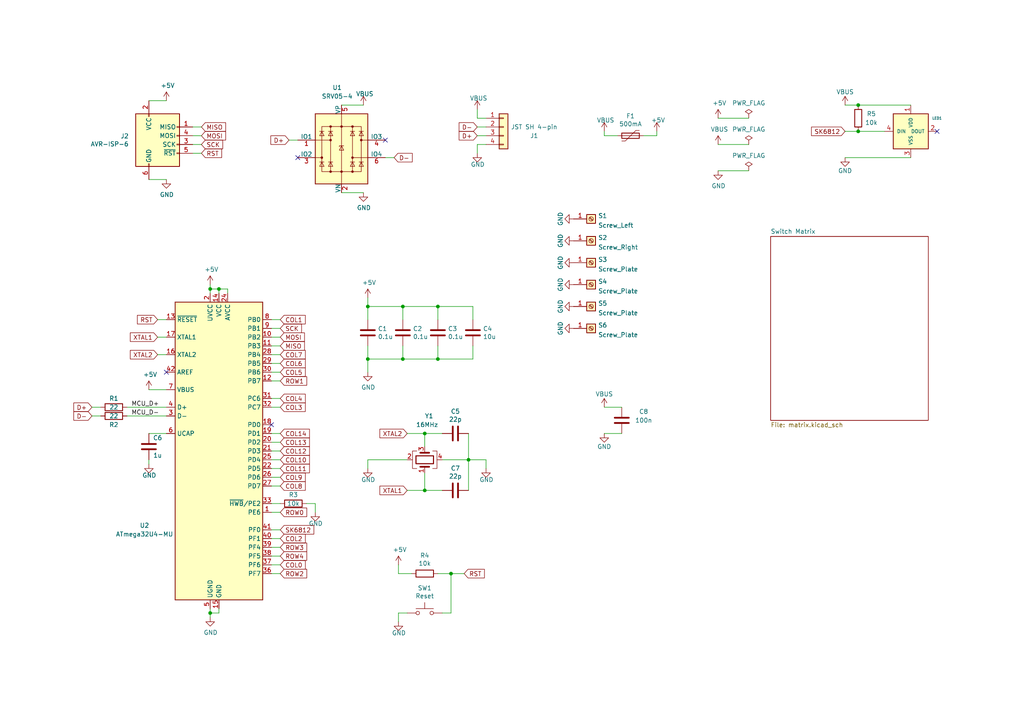
<source format=kicad_sch>
(kicad_sch (version 20210621) (generator eeschema)
  (paper "A4")
  (title_block (title "Bakeneko 60 V3") (date "2020-08-01") (rev "1") (comment 1 "Copyright © 2020 kkatano") (comment 2 "MIT License"))
  (lib_symbols
    (symbol "Connector:AVR-ISP-6" (pin_names (offset 1.016))
      (property "Reference" "J" (at 0 10.16 0))
      (property "Value" "Connector_AVR-ISP-6" (at 0 -7.62 0))
      (symbol "AVR-ISP-6_0_1"
        (rectangle (start -2.667 -5.588) (end -2.413 -6.35))
        (rectangle (start -2.667 8.89) (end -2.413 8.128))
        (rectangle (start 6.35 -2.413) (end 5.588 -2.667))
        (rectangle (start 6.35 0.127) (end 5.588 -0.127))
        (rectangle (start 6.35 2.667) (end 5.588 2.413))
        (rectangle (start 6.35 5.207) (end 5.588 4.953))
        (rectangle (start 6.35 8.89) (end -6.35 -6.35) (stroke (width 0.254)) (fill (type background)))
      )
      (symbol "AVR-ISP-6_1_1"
        (pin passive line (at 10.16 5.08 180) (length 3.81) (name "MISO") (number "1"))
        (pin power_in line (at -2.54 12.7 270) (length 3.81) (name "VCC") (number "2"))
        (pin passive line (at 10.16 0 180) (length 3.81) (name "SCK") (number "3"))
        (pin passive line (at 10.16 2.54 180) (length 3.81) (name "MOSI") (number "4"))
        (pin passive line (at 10.16 -2.54 180) (length 3.81) (name "~{RST}") (number "5"))
        (pin power_in line (at -2.54 -10.16 90) (length 3.81) (name "GND") (number "6"))
      )
    )
    (symbol "Connector:Screw_Terminal_01x01" (pin_names (offset 1.016) hide)
      (property "Reference" "J" (at 0 2.54 0))
      (property "Value" "Screw_Terminal_01x01" (at 0 -2.54 0))
      (symbol "Screw_Terminal_01x01_1_1"
        (rectangle (start -1.27 1.27) (end 1.27 -1.27) (stroke (width 0.254)) (fill (type background)))
        (polyline (pts (xy -0.5334 0.3302) (xy 0.3302 -0.508)) (stroke (width 0.1524)))
        (polyline (pts (xy -0.3556 0.508) (xy 0.508 -0.3302)) (stroke (width 0.1524)))
        (circle (center 0 0) (radius 0.635) (stroke (width 0.1524)))
        (pin passive line (at -5.08 0 0) (length 3.81) (name "Pin_1") (number "1"))
      )
    )
    (symbol "Connector_Generic:Conn_01x04" (pin_names (offset 1.016) hide)
      (property "Reference" "J" (at 0 5.08 0))
      (property "Value" "Connector_Generic_Conn_01x04" (at 0 -7.62 0))
      (symbol "Conn_01x04_1_1"
        (rectangle (start -1.27 -4.953) (end 0 -5.207) (stroke (width 0.1524)))
        (rectangle (start -1.27 -2.413) (end 0 -2.667) (stroke (width 0.1524)))
        (rectangle (start -1.27 0.127) (end 0 -0.127) (stroke (width 0.1524)))
        (rectangle (start -1.27 2.667) (end 0 2.413) (stroke (width 0.1524)))
        (rectangle (start -1.27 3.81) (end 1.27 -6.35) (stroke (width 0.254)) (fill (type background)))
        (pin passive line (at -5.08 2.54 0) (length 3.81) (name "Pin_1") (number "1"))
        (pin passive line (at -5.08 0 0) (length 3.81) (name "Pin_2") (number "2"))
        (pin passive line (at -5.08 -2.54 0) (length 3.81) (name "Pin_3") (number "3"))
        (pin passive line (at -5.08 -5.08 0) (length 3.81) (name "Pin_4") (number "4"))
      )
    )
    (symbol "Device:C" (pin_numbers hide) (pin_names (offset 0.254))
      (property "Reference" "C" (at 0.635 2.54 0))
      (property "Value" "Device_C" (at 0.635 -2.54 0))
      (symbol "C_0_1"
        (polyline (pts (xy -2.032 -0.762) (xy 2.032 -0.762)) (stroke (width 0.508)))
        (polyline (pts (xy -2.032 0.762) (xy 2.032 0.762)) (stroke (width 0.508)))
      )
      (symbol "C_1_1"
        (pin passive line (at 0 3.81 270) (length 2.794) (name "~") (number "1"))
        (pin passive line (at 0 -3.81 90) (length 2.794) (name "~") (number "2"))
      )
    )
    (symbol "Device:Crystal_GND24" (pin_names (offset 1.016) hide)
      (property "Reference" "Y" (at 3.175 5.08 0))
      (property "Value" "Device_Crystal_GND24" (at 3.175 3.175 0))
      (symbol "Crystal_GND24_0_1"
        (rectangle (start -1.143 2.54) (end 1.143 -2.54) (stroke (width 0.3048)))
        (polyline (pts (xy -2.54 0) (xy -2.032 0)))
        (polyline (pts (xy -2.032 -1.27) (xy -2.032 1.27)) (stroke (width 0.508)))
        (polyline (pts (xy 0 -3.81) (xy 0 -3.556)))
        (polyline (pts (xy 0 3.556) (xy 0 3.81)))
        (polyline (pts (xy 2.032 -1.27) (xy 2.032 1.27)) (stroke (width 0.508)))
        (polyline (pts (xy 2.032 0) (xy 2.54 0)))
        (polyline (pts (xy -2.54 -2.286) (xy -2.54 -3.556) (xy 2.54 -3.556) (xy 2.54 -2.286)))
        (polyline (pts (xy -2.54 2.286) (xy -2.54 3.556) (xy 2.54 3.556) (xy 2.54 2.286)))
      )
      (symbol "Crystal_GND24_1_1"
        (pin passive line (at -3.81 0 0) (length 1.27) (name "1") (number "1"))
        (pin passive line (at 0 5.08 270) (length 1.27) (name "2") (number "2"))
        (pin passive line (at 3.81 0 180) (length 1.27) (name "3") (number "3"))
        (pin passive line (at 0 -5.08 90) (length 1.27) (name "4") (number "4"))
      )
    )
    (symbol "Device:Polyfuse" (pin_numbers hide) (pin_names (offset 0))
      (property "Reference" "F" (at -2.54 0 90))
      (property "Value" "Device_Polyfuse" (at 2.54 0 90))
      (symbol "Polyfuse_0_1"
        (rectangle (start -0.762 2.54) (end 0.762 -2.54) (stroke (width 0.254)))
        (polyline (pts (xy 0 2.54) (xy 0 -2.54)))
        (polyline (pts (xy -1.524 2.54) (xy -1.524 1.524) (xy 1.524 -1.524) (xy 1.524 -2.54)))
      )
      (symbol "Polyfuse_1_1"
        (pin passive line (at 0 3.81 270) (length 1.27) (name "~") (number "1"))
        (pin passive line (at 0 -3.81 90) (length 1.27) (name "~") (number "2"))
      )
    )
    (symbol "Device:R" (pin_numbers hide) (pin_names (offset 0))
      (property "Reference" "R" (at 2.032 0 90))
      (property "Value" "Device_R" (at 0 0 90))
      (symbol "R_0_1"
        (rectangle (start -1.016 -2.54) (end 1.016 2.54) (stroke (width 0.254)))
      )
      (symbol "R_1_1"
        (pin passive line (at 0 3.81 270) (length 1.27) (name "~") (number "1"))
        (pin passive line (at 0 -3.81 90) (length 1.27) (name "~") (number "2"))
      )
    )
    (symbol "MCU_Microchip_ATmega:ATmega32U4-M"
      (property "Reference" "U" (at -12.7 44.45 0))
      (property "Value" "ATmega32U4-M" (at 2.54 -44.45 0))
      (symbol "ATmega32U4-M_0_1"
        (rectangle (start -12.7 -43.18) (end 12.7 43.18) (stroke (width 0.254)) (fill (type background)))
      )
      (symbol "ATmega32U4-M_1_1"
        (pin bidirectional line (at 15.24 -17.78 180) (length 2.54) (name "PE6") (number "1"))
        (pin bidirectional line (at 15.24 33.02 180) (length 2.54) (name "PB2") (number "10"))
        (pin bidirectional line (at 15.24 30.48 180) (length 2.54) (name "PB3") (number "11"))
        (pin bidirectional line (at 15.24 20.32 180) (length 2.54) (name "PB7") (number "12"))
        (pin input line (at -15.24 38.1 0) (length 2.54) (name "~{RESET}") (number "13"))
        (pin power_in line (at 0 45.72 270) (length 2.54) (name "VCC") (number "14"))
        (pin power_in line (at 0 -45.72 90) (length 2.54) (name "GND") (number "15"))
        (pin output line (at -15.24 27.94 0) (length 2.54) (name "XTAL2") (number "16"))
        (pin input line (at -15.24 33.02 0) (length 2.54) (name "XTAL1") (number "17"))
        (pin bidirectional line (at 15.24 7.62 180) (length 2.54) (name "PD0") (number "18"))
        (pin bidirectional line (at 15.24 5.08 180) (length 2.54) (name "PD1") (number "19"))
        (pin power_in line (at -2.54 45.72 270) (length 2.54) (name "UVCC") (number "2"))
        (pin bidirectional line (at 15.24 2.54 180) (length 2.54) (name "PD2") (number "20"))
        (pin bidirectional line (at 15.24 0 180) (length 2.54) (name "PD3") (number "21"))
        (pin bidirectional line (at 15.24 -5.08 180) (length 2.54) (name "PD5") (number "22"))
        (pin passive line (at 0 -45.72 90) (length 2.54) hide (name "GND") (number "23"))
        (pin power_in line (at 2.54 45.72 270) (length 2.54) (name "AVCC") (number "24"))
        (pin bidirectional line (at 15.24 -2.54 180) (length 2.54) (name "PD4") (number "25"))
        (pin bidirectional line (at 15.24 -7.62 180) (length 2.54) (name "PD6") (number "26"))
        (pin bidirectional line (at 15.24 -10.16 180) (length 2.54) (name "PD7") (number "27"))
        (pin bidirectional line (at 15.24 27.94 180) (length 2.54) (name "PB4") (number "28"))
        (pin bidirectional line (at 15.24 25.4 180) (length 2.54) (name "PB5") (number "29"))
        (pin bidirectional line (at -15.24 10.16 0) (length 2.54) (name "D-") (number "3"))
        (pin bidirectional line (at 15.24 22.86 180) (length 2.54) (name "PB6") (number "30"))
        (pin bidirectional line (at 15.24 15.24 180) (length 2.54) (name "PC6") (number "31"))
        (pin bidirectional line (at 15.24 12.7 180) (length 2.54) (name "PC7") (number "32"))
        (pin bidirectional line (at 15.24 -15.24 180) (length 2.54) (name "~{HWB}/PE2") (number "33"))
        (pin passive line (at 0 45.72 270) (length 2.54) hide (name "VCC") (number "34"))
        (pin passive line (at 0 -45.72 90) (length 2.54) hide (name "GND") (number "35"))
        (pin bidirectional line (at 15.24 -35.56 180) (length 2.54) (name "PF7") (number "36"))
        (pin bidirectional line (at 15.24 -33.02 180) (length 2.54) (name "PF6") (number "37"))
        (pin bidirectional line (at 15.24 -30.48 180) (length 2.54) (name "PF5") (number "38"))
        (pin bidirectional line (at 15.24 -27.94 180) (length 2.54) (name "PF4") (number "39"))
        (pin bidirectional line (at -15.24 12.7 0) (length 2.54) (name "D+") (number "4"))
        (pin bidirectional line (at 15.24 -25.4 180) (length 2.54) (name "PF1") (number "40"))
        (pin bidirectional line (at 15.24 -22.86 180) (length 2.54) (name "PF0") (number "41"))
        (pin passive line (at -15.24 22.86 0) (length 2.54) (name "AREF") (number "42"))
        (pin passive line (at 0 -45.72 90) (length 2.54) hide (name "GND") (number "43"))
        (pin passive line (at 2.54 45.72 270) (length 2.54) hide (name "AVCC") (number "44"))
        (pin passive line (at 0 -45.72 90) (length 2.54) hide (name "GND") (number "45"))
        (pin passive line (at -2.54 -45.72 90) (length 2.54) (name "UGND") (number "5"))
        (pin passive line (at -15.24 5.08 0) (length 2.54) (name "UCAP") (number "6"))
        (pin input line (at -15.24 17.78 0) (length 2.54) (name "VBUS") (number "7"))
        (pin bidirectional line (at 15.24 38.1 180) (length 2.54) (name "PB0") (number "8"))
        (pin bidirectional line (at 15.24 35.56 180) (length 2.54) (name "PB1") (number "9"))
      )
    )
    (symbol "Power_Protection:SRV05-4" (pin_names (offset 0))
      (property "Reference" "U" (at -5.08 11.43 0))
      (property "Value" "Power_Protection_SRV05-4" (at 2.54 11.43 0))
      (symbol "SRV05-4_0_0"
        (rectangle (start -5.715 6.477) (end 5.715 -6.604))
        (polyline (pts (xy -3.175 -6.604) (xy -3.175 6.477)))
        (polyline (pts (xy 3.175 6.477) (xy 3.175 -6.604)))
      )
      (symbol "SRV05-4_0_1"
        (rectangle (start -7.62 10.16) (end 7.62 -10.16) (stroke (width 0.254)) (fill (type background)))
        (circle (center -5.715 -2.54) (radius 0.2794) (fill (type outline)))
        (circle (center -3.175 -6.604) (radius 0.2794) (fill (type outline)))
        (circle (center -3.175 2.54) (radius 0.2794) (fill (type outline)))
        (circle (center -3.175 6.477) (radius 0.2794) (fill (type outline)))
        (circle (center 0 -6.604) (radius 0.2794) (fill (type outline)))
        (polyline (pts (xy -7.747 2.54) (xy -3.175 2.54)))
        (polyline (pts (xy -7.62 -2.54) (xy -5.715 -2.54)))
        (polyline (pts (xy -5.08 -3.81) (xy -6.35 -3.81)))
        (polyline (pts (xy -5.08 5.08) (xy -6.35 5.08)))
        (polyline (pts (xy -2.54 -3.81) (xy -3.81 -3.81)))
        (polyline (pts (xy -2.54 5.08) (xy -3.81 5.08)))
        (polyline (pts (xy 0 10.16) (xy 0 -10.16)))
        (polyline (pts (xy 3.81 -3.81) (xy 2.54 -3.81)))
        (polyline (pts (xy 3.81 5.08) (xy 2.54 5.08)))
        (polyline (pts (xy 6.35 -3.81) (xy 5.08 -3.81)))
        (polyline (pts (xy 6.35 5.08) (xy 5.08 5.08)))
        (polyline (pts (xy 7.62 -2.54) (xy 3.175 -2.54)))
        (polyline (pts (xy 7.62 2.54) (xy 5.715 2.54)))
        (polyline (pts (xy 0.635 0.889) (xy -0.635 0.889) (xy -0.635 0.635)))
        (polyline (pts (xy -5.08 -5.08) (xy -6.35 -5.08) (xy -5.715 -3.81) (xy -5.08 -5.08)))
        (polyline (pts (xy -5.08 3.81) (xy -6.35 3.81) (xy -5.715 5.08) (xy -5.08 3.81)))
        (polyline (pts (xy -2.54 -5.08) (xy -3.81 -5.08) (xy -3.175 -3.81) (xy -2.54 -5.08)))
        (polyline (pts (xy -2.54 3.81) (xy -3.81 3.81) (xy -3.175 5.08) (xy -2.54 3.81)))
        (polyline (pts (xy 0.635 -0.381) (xy -0.635 -0.381) (xy 0 0.889) (xy 0.635 -0.381)))
        (polyline (pts (xy 3.81 -5.08) (xy 2.54 -5.08) (xy 3.175 -3.81) (xy 3.81 -5.08)))
        (polyline (pts (xy 3.81 3.81) (xy 2.54 3.81) (xy 3.175 5.08) (xy 3.81 3.81)))
        (polyline (pts (xy 6.35 -5.08) (xy 5.08 -5.08) (xy 5.715 -3.81) (xy 6.35 -5.08)))
        (polyline (pts (xy 6.35 3.81) (xy 5.08 3.81) (xy 5.715 5.08) (xy 6.35 3.81)))
        (circle (center 0 6.477) (radius 0.2794) (fill (type outline)))
        (circle (center 3.175 -6.604) (radius 0.2794) (fill (type outline)))
        (circle (center 3.175 -2.54) (radius 0.2794) (fill (type outline)))
        (circle (center 3.175 6.477) (radius 0.2794) (fill (type outline)))
        (circle (center 5.715 2.54) (radius 0.2794) (fill (type outline)))
      )
      (symbol "SRV05-4_1_1"
        (pin passive line (at -12.7 2.54 0) (length 5.08) (name "IO1") (number "1"))
        (pin passive line (at 0 -12.7 90) (length 2.54) (name "VN") (number "2"))
        (pin passive line (at -12.7 -2.54 0) (length 5.08) (name "IO2") (number "3"))
        (pin passive line (at 12.7 2.54 180) (length 5.08) (name "IO3") (number "4"))
        (pin passive line (at 0 12.7 270) (length 2.54) (name "VP") (number "5"))
        (pin passive line (at 12.7 -2.54 180) (length 5.08) (name "IO4") (number "6"))
      )
    )
    (symbol "Switch:SW_Push" (pin_numbers hide) (pin_names (offset 1.016) hide)
      (property "Reference" "SW" (at 1.27 2.54 0))
      (property "Value" "Switch_SW_Push" (at 0 -1.524 0))
      (symbol "SW_Push_0_1"
        (circle (center -2.032 0) (radius 0.508))
        (polyline (pts (xy 0 1.27) (xy 0 3.048)))
        (polyline (pts (xy 2.54 1.27) (xy -2.54 1.27)))
        (circle (center 2.032 0) (radius 0.508))
        (pin passive line (at -5.08 0 0) (length 2.54) (name "1") (number "1"))
        (pin passive line (at 5.08 0 180) (length 2.54) (name "2") (number "2"))
      )
    )
    (symbol "kbd:YS-SK6812MINI-E" (pin_names (offset 1.016))
      (property "Reference" "LED" (at 2.54 -7.62 0))
      (property "Value" "YS-SK6812MINI-E" (at 6.35 -6.35 0))
      (symbol "YS-SK6812MINI-E_0_1"
        (rectangle (start -5.08 5.08) (end 5.08 -5.08) (stroke (width 0.254)) (fill (type background)))
      )
      (symbol "YS-SK6812MINI-E_1_1"
        (pin power_in line (at 0 7.62 270) (length 2.54) (name "VDD") (number "1"))
        (pin output line (at 7.62 0 180) (length 2.54) (name "DOUT") (number "2"))
        (pin power_in line (at 0 -7.62 90) (length 2.54) (name "VSS") (number "3"))
        (pin input line (at -7.62 0 0) (length 2.54) (name "DIN") (number "4"))
      )
    )
    (symbol "power:+5V" (power) (pin_names (offset 0))
      (property "Value" "power_+5V" (at 0 3.556 0))
      (symbol "+5V_0_1"
        (polyline (pts (xy -0.762 1.27) (xy 0 2.54)))
        (polyline (pts (xy 0 0) (xy 0 2.54)))
        (polyline (pts (xy 0 2.54) (xy 0.762 1.27)))
      )
      (symbol "+5V_1_1"
        (pin power_in line (at 0 0 90) (length 0) hide (name "+5V") (number "1"))
      )
    )
    (symbol "power:GND" (power) (pin_names (offset 0))
      (property "Value" "power_GND" (at 0 -3.81 0))
      (symbol "GND_0_1"
        (polyline (pts (xy 0 0) (xy 0 -1.27) (xy 1.27 -1.27) (xy 0 -2.54) (xy -1.27 -1.27) (xy 0 -1.27)))
      )
      (symbol "GND_1_1"
        (pin power_in line (at 0 0 270) (length 0) hide (name "GND") (number "1"))
      )
    )
    (symbol "power:PWR_FLAG" (power) (pin_numbers hide) (pin_names (offset 0) hide)
      (property "Value" "power_PWR_FLAG" (at 0 3.81 0))
      (symbol "PWR_FLAG_0_0"
        (pin power_out line (at 0 0 90) (length 0) (name "pwr") (number "1"))
      )
      (symbol "PWR_FLAG_0_1"
        (polyline (pts (xy 0 0) (xy 0 1.27) (xy -1.016 1.905) (xy 0 2.54) (xy 1.016 1.905) (xy 0 1.27)))
      )
    )
    (symbol "power:VBUS" (power) (pin_names (offset 0))
      (property "Value" "power_VBUS" (at 0 3.81 0))
      (symbol "VBUS_0_1"
        (polyline (pts (xy -0.762 1.27) (xy 0 2.54)))
        (polyline (pts (xy 0 0) (xy 0 2.54)))
        (polyline (pts (xy 0 2.54) (xy 0.762 1.27)))
      )
      (symbol "VBUS_1_1"
        (pin power_in line (at 0 0 90) (length 0) hide (name "VBUS") (number "1"))
      )
    )
  )
  (junction (at 106.68 88.9))
  (junction (at 106.68 104.14))
  (junction (at 63.5 83.82))
  (junction (at 116.84 104.14))
  (junction (at 135.89 133.35))
  (junction (at 123.19 125.73))
  (junction (at 130.81 166.37))
  (junction (at 127 88.9))
  (junction (at 127 104.14))
  (junction (at 123.19 142.24))
  (junction (at 116.84 88.9))
  (junction (at 60.96 83.82))
  (junction (at 60.96 177.8))
  (junction (at 248.92 38.1))
  (junction (at 248.92 30.48))
  (no_connect (at 78.74 123.19))
  (no_connect (at 48.26 107.95))
  (no_connect (at 271.78 38.1))
  (no_connect (at 111.76 40.64))
  (no_connect (at 86.36 45.72))
  (wire (pts (xy 91.44 146.05) (xy 91.44 148.59)))
  (wire (pts (xy 81.28 166.37) (xy 78.74 166.37)))
  (wire (pts (xy 88.9 146.05) (xy 91.44 146.05)))
  (wire (pts (xy 60.96 83.82) (xy 63.5 83.82)))
  (wire (pts (xy 127 100.33) (xy 127 104.14)))
  (wire (pts (xy 78.74 97.79) (xy 81.28 97.79)))
  (wire (pts (xy 115.57 163.83) (xy 115.57 166.37)))
  (wire (pts (xy 60.96 82.55) (xy 60.96 83.82)))
  (wire (pts (xy 115.57 166.37) (xy 119.38 166.37)))
  (wire (pts (xy 217.17 41.91) (xy 208.28 41.91)))
  (wire (pts (xy 78.74 107.95) (xy 81.28 107.95)))
  (wire (pts (xy 45.72 92.71) (xy 48.26 92.71)))
  (wire (pts (xy 123.19 125.73) (xy 128.27 125.73)))
  (wire (pts (xy 118.11 125.73) (xy 123.19 125.73)))
  (wire (pts (xy 106.68 133.35) (xy 118.11 133.35)))
  (wire (pts (xy 130.81 166.37) (xy 134.62 166.37)))
  (wire (pts (xy 116.84 100.33) (xy 116.84 104.14)))
  (wire (pts (xy 43.18 113.03) (xy 48.26 113.03)))
  (wire (pts (xy 60.96 179.07) (xy 60.96 177.8)))
  (wire (pts (xy 81.28 118.11) (xy 78.74 118.11)))
  (wire (pts (xy 190.5 38.1) (xy 190.5 39.37)))
  (wire (pts (xy 175.26 125.73) (xy 180.34 125.73)))
  (wire (pts (xy 175.26 118.11) (xy 180.34 118.11)))
  (wire (pts (xy 116.84 104.14) (xy 127 104.14)))
  (wire (pts (xy 78.74 161.29) (xy 81.28 161.29)))
  (wire (pts (xy 48.26 97.79) (xy 45.72 97.79)))
  (wire (pts (xy 138.43 31.75) (xy 138.43 34.29)))
  (wire (pts (xy 106.68 88.9) (xy 116.84 88.9)))
  (wire (pts (xy 81.28 100.33) (xy 78.74 100.33)))
  (wire (pts (xy 58.42 39.37) (xy 55.88 39.37)))
  (wire (pts (xy 58.42 44.45) (xy 55.88 44.45)))
  (wire (pts (xy 63.5 177.8) (xy 63.5 176.53)))
  (wire (pts (xy 55.88 36.83) (xy 58.42 36.83)))
  (wire (pts (xy 140.97 133.35) (xy 140.97 135.89)))
  (wire (pts (xy 78.74 153.67) (xy 81.28 153.67)))
  (wire (pts (xy 137.16 104.14) (xy 137.16 100.33)))
  (wire (pts (xy 81.28 148.59) (xy 78.74 148.59)))
  (wire (pts (xy 81.28 138.43) (xy 78.74 138.43)))
  (wire (pts (xy 43.18 133.35) (xy 43.18 134.62)))
  (wire (pts (xy 127 166.37) (xy 130.81 166.37)))
  (wire (pts (xy 81.28 163.83) (xy 78.74 163.83)))
  (wire (pts (xy 245.11 45.72) (xy 264.16 45.72)))
  (wire (pts (xy 81.28 110.49) (xy 78.74 110.49)))
  (wire (pts (xy 81.28 105.41) (xy 78.74 105.41)))
  (wire (pts (xy 115.57 180.34) (xy 115.57 177.8)))
  (wire (pts (xy 123.19 137.16) (xy 123.19 142.24)))
  (wire (pts (xy 123.19 142.24) (xy 128.27 142.24)))
  (wire (pts (xy 127 92.71) (xy 127 88.9)))
  (wire (pts (xy 190.5 39.37) (xy 186.69 39.37)))
  (wire (pts (xy 106.68 86.36) (xy 106.68 88.9)))
  (wire (pts (xy 106.68 104.14) (xy 106.68 107.95)))
  (wire (pts (xy 43.18 125.73) (xy 48.26 125.73)))
  (wire (pts (xy 78.74 102.87) (xy 81.28 102.87)))
  (wire (pts (xy 138.43 34.29) (xy 140.97 34.29)))
  (wire (pts (xy 43.18 52.07) (xy 48.26 52.07)))
  (wire (pts (xy 127 104.14) (xy 137.16 104.14)))
  (wire (pts (xy 118.11 142.24) (xy 123.19 142.24)))
  (wire (pts (xy 138.43 36.83) (xy 140.97 36.83)))
  (wire (pts (xy 208.28 49.53) (xy 217.17 49.53)))
  (wire (pts (xy 115.57 177.8) (xy 118.11 177.8)))
  (wire (pts (xy 123.19 129.54) (xy 123.19 125.73)))
  (wire (pts (xy 78.74 125.73) (xy 81.28 125.73)))
  (wire (pts (xy 245.11 30.48) (xy 248.92 30.48)))
  (wire (pts (xy 106.68 100.33) (xy 106.68 104.14)))
  (wire (pts (xy 140.97 39.37) (xy 138.43 39.37)))
  (wire (pts (xy 116.84 92.71) (xy 116.84 88.9)))
  (wire (pts (xy 137.16 92.71) (xy 137.16 88.9)))
  (wire (pts (xy 135.89 133.35) (xy 135.89 142.24)))
  (wire (pts (xy 128.27 133.35) (xy 135.89 133.35)))
  (wire (pts (xy 48.26 29.21) (xy 43.18 29.21)))
  (wire (pts (xy 66.04 83.82) (xy 66.04 85.09)))
  (wire (pts (xy 135.89 133.35) (xy 140.97 133.35)))
  (wire (pts (xy 78.74 130.81) (xy 81.28 130.81)))
  (wire (pts (xy 83.82 40.64) (xy 86.36 40.64)))
  (wire (pts (xy 55.88 41.91) (xy 58.42 41.91)))
  (wire (pts (xy 60.96 177.8) (xy 63.5 177.8)))
  (wire (pts (xy 81.28 133.35) (xy 78.74 133.35)))
  (wire (pts (xy 78.74 92.71) (xy 81.28 92.71)))
  (wire (pts (xy 81.28 158.75) (xy 78.74 158.75)))
  (wire (pts (xy 248.92 38.1) (xy 256.54 38.1)))
  (wire (pts (xy 106.68 133.35) (xy 106.68 135.89)))
  (wire (pts (xy 60.96 83.82) (xy 60.96 85.09)))
  (wire (pts (xy 245.11 38.1) (xy 248.92 38.1)))
  (wire (pts (xy 63.5 83.82) (xy 66.04 83.82)))
  (wire (pts (xy 81.28 95.25) (xy 78.74 95.25)))
  (wire (pts (xy 106.68 88.9) (xy 106.68 92.71)))
  (wire (pts (xy 114.3 45.72) (xy 111.76 45.72)))
  (wire (pts (xy 217.17 34.29) (xy 208.28 34.29)))
  (wire (pts (xy 105.41 30.48) (xy 99.06 30.48)))
  (wire (pts (xy 106.68 104.14) (xy 116.84 104.14)))
  (wire (pts (xy 130.81 177.8) (xy 128.27 177.8)))
  (wire (pts (xy 78.74 135.89) (xy 81.28 135.89)))
  (wire (pts (xy 63.5 83.82) (xy 63.5 85.09)))
  (wire (pts (xy 135.89 125.73) (xy 135.89 133.35)))
  (wire (pts (xy 175.26 39.37) (xy 179.07 39.37)))
  (wire (pts (xy 137.16 88.9) (xy 127 88.9)))
  (wire (pts (xy 130.81 166.37) (xy 130.81 177.8)))
  (wire (pts (xy 78.74 140.97) (xy 81.28 140.97)))
  (wire (pts (xy 60.96 177.8) (xy 60.96 176.53)))
  (wire (pts (xy 81.28 128.27) (xy 78.74 128.27)))
  (wire (pts (xy 26.67 120.65) (xy 29.21 120.65)))
  (wire (pts (xy 36.83 118.11) (xy 48.26 118.11)))
  (wire (pts (xy 138.43 44.45) (xy 138.43 41.91)))
  (wire (pts (xy 26.67 118.11) (xy 29.21 118.11)))
  (wire (pts (xy 36.83 120.65) (xy 48.26 120.65)))
  (wire (pts (xy 81.28 146.05) (xy 78.74 146.05)))
  (wire (pts (xy 248.92 30.48) (xy 264.16 30.48)))
  (wire (pts (xy 175.26 38.1) (xy 175.26 39.37)))
  (wire (pts (xy 78.74 156.21) (xy 81.28 156.21)))
  (wire (pts (xy 45.72 102.87) (xy 48.26 102.87)))
  (wire (pts (xy 78.74 115.57) (xy 81.28 115.57)))
  (wire (pts (xy 138.43 41.91) (xy 140.97 41.91)))
  (wire (pts (xy 99.06 55.88) (xy 105.41 55.88)))
  (wire (pts (xy 116.84 88.9) (xy 127 88.9)))
  (label "MCU_D+" (at 38.1 118.11 0))
  (label "MCU_D-" (at 38.1 120.65 0))
  (global_label "COL10" (shape input) (at 81.28 133.35 0) (property "Intersheet References" "${INTERSHEET_REFS}" (effects hide)))
  (global_label "COL11" (shape input) (at 81.28 135.89 0) (property "Intersheet References" "${INTERSHEET_REFS}" (effects hide)))
  (global_label "D-" (shape input) (at 138.43 36.83 180) (property "Intersheet References" "${INTERSHEET_REFS}" (effects hide)))
  (global_label "ROW4" (shape input) (at 81.28 161.29 0) (property "Intersheet References" "${INTERSHEET_REFS}" (effects hide)))
  (global_label "ROW0" (shape input) (at 81.28 148.59 0) (property "Intersheet References" "${INTERSHEET_REFS}" (effects hide)))
  (global_label "RST" (shape input) (at 45.72 92.71 180) (property "Intersheet References" "${INTERSHEET_REFS}" (effects hide)))
  (global_label "COL4" (shape input) (at 81.28 115.57 0) (property "Intersheet References" "${INTERSHEET_REFS}" (effects hide)))
  (global_label "ROW1" (shape input) (at 81.28 110.49 0) (property "Intersheet References" "${INTERSHEET_REFS}" (effects hide)))
  (global_label "RST" (shape input) (at 58.42 44.45 0) (property "Intersheet References" "${INTERSHEET_REFS}" (effects hide)))
  (global_label "COL13" (shape input) (at 81.28 128.27 0) (property "Intersheet References" "${INTERSHEET_REFS}" (effects hide)))
  (global_label "COL14" (shape input) (at 81.28 125.73 0) (property "Intersheet References" "${INTERSHEET_REFS}" (effects hide)))
  (global_label "MOSI" (shape input) (at 58.42 39.37 0) (property "Intersheet References" "${INTERSHEET_REFS}" (effects hide)))
  (global_label "COL12" (shape input) (at 81.28 130.81 0) (property "Intersheet References" "${INTERSHEET_REFS}" (effects hide)))
  (global_label "COL2" (shape input) (at 81.28 156.21 0) (property "Intersheet References" "${INTERSHEET_REFS}" (effects hide)))
  (global_label "D+" (shape input) (at 138.43 39.37 180) (property "Intersheet References" "${INTERSHEET_REFS}" (effects hide)))
  (global_label "COL9" (shape input) (at 81.28 138.43 0) (property "Intersheet References" "${INTERSHEET_REFS}" (effects hide)))
  (global_label "ROW2" (shape input) (at 81.28 166.37 0) (property "Intersheet References" "${INTERSHEET_REFS}" (effects hide)))
  (global_label "MISO" (shape input) (at 58.42 36.83 0) (property "Intersheet References" "${INTERSHEET_REFS}" (effects hide)))
  (global_label "COL6" (shape input) (at 81.28 105.41 0) (property "Intersheet References" "${INTERSHEET_REFS}" (effects hide)))
  (global_label "COL1" (shape input) (at 81.28 92.71 0) (property "Intersheet References" "${INTERSHEET_REFS}" (effects hide)))
  (global_label "COL3" (shape input) (at 81.28 118.11 0) (property "Intersheet References" "${INTERSHEET_REFS}" (effects hide)))
  (global_label "COL5" (shape input) (at 81.28 107.95 0) (property "Intersheet References" "${INTERSHEET_REFS}" (effects hide)))
  (global_label "XTAL2" (shape input) (at 45.72 102.87 180) (property "Intersheet References" "${INTERSHEET_REFS}" (effects hide)))
  (global_label "RST" (shape input) (at 134.62 166.37 0) (property "Intersheet References" "${INTERSHEET_REFS}" (effects hide)))
  (global_label "SK6812" (shape input) (at 245.11 38.1 180) (property "Intersheet References" "${INTERSHEET_REFS}" (effects hide)))
  (global_label "XTAL1" (shape input) (at 45.72 97.79 180) (property "Intersheet References" "${INTERSHEET_REFS}" (effects hide)))
  (global_label "D+" (shape input) (at 83.82 40.64 180) (property "Intersheet References" "${INTERSHEET_REFS}" (effects hide)))
  (global_label "COL8" (shape input) (at 81.28 140.97 0) (property "Intersheet References" "${INTERSHEET_REFS}" (effects hide)))
  (global_label "SCK" (shape input) (at 58.42 41.91 0) (property "Intersheet References" "${INTERSHEET_REFS}" (effects hide)))
  (global_label "ROW3" (shape input) (at 81.28 158.75 0) (property "Intersheet References" "${INTERSHEET_REFS}" (effects hide)))
  (global_label "SK6812" (shape input) (at 81.28 153.67 0) (property "Intersheet References" "${INTERSHEET_REFS}" (effects hide)))
  (global_label "D-" (shape input) (at 26.67 120.65 180) (property "Intersheet References" "${INTERSHEET_REFS}" (effects hide)))
  (global_label "MOSI" (shape input) (at 81.28 97.79 0) (property "Intersheet References" "${INTERSHEET_REFS}" (effects hide)))
  (global_label "COL0" (shape input) (at 81.28 163.83 0) (property "Intersheet References" "${INTERSHEET_REFS}" (effects hide)))
  (global_label "COL7" (shape input) (at 81.28 102.87 0) (property "Intersheet References" "${INTERSHEET_REFS}" (effects hide)))
  (global_label "SCK" (shape input) (at 81.28 95.25 0) (property "Intersheet References" "${INTERSHEET_REFS}" (effects hide)))
  (global_label "D-" (shape input) (at 114.3 45.72 0) (property "Intersheet References" "${INTERSHEET_REFS}" (effects hide)))
  (global_label "XTAL1" (shape input) (at 118.11 142.24 180) (property "Intersheet References" "${INTERSHEET_REFS}" (effects hide)))
  (global_label "MISO" (shape input) (at 81.28 100.33 0) (property "Intersheet References" "${INTERSHEET_REFS}" (effects hide)))
  (global_label "XTAL2" (shape input) (at 118.11 125.73 180) (property "Intersheet References" "${INTERSHEET_REFS}" (effects hide)))
  (global_label "D+" (shape input) (at 26.67 118.11 180) (property "Intersheet References" "${INTERSHEET_REFS}" (effects hide)))
  (symbol (lib_id "power:PWR_FLAG") (at 217.17 34.29 0) (unit 1)
    (property "Reference" "#FLG01" (effects hide))
    (property "Value" "PWR_FLAG" (at 217.17 29.8958 0))
  )
  (symbol (lib_id "power:PWR_FLAG") (at 217.17 41.91 0) (unit 1)
    (property "Reference" "#FLG02" (effects hide))
    (property "Value" "PWR_FLAG" (at 217.17 37.5158 0))
  )
  (symbol (lib_id "power:PWR_FLAG") (at 217.17 49.53 0) (unit 1)
    (property "Reference" "#FLG03" (effects hide))
    (property "Value" "PWR_FLAG" (at 217.17 45.1358 0))
  )
  (symbol (lib_id "power:GND") (at 208.28 49.53 0) (unit 1)
    (property "Reference" "#PWR06" (effects hide))
    (property "Value" "GND" (at 208.407 53.9242 0))
  )
  (symbol (lib_id "power:GND") (at 106.68 107.95 0) (unit 1)
    (property "Reference" "#PWR014" (effects hide))
    (property "Value" "GND" (at 106.807 112.3442 0))
  )
  (symbol (lib_id "Device:C") (at 106.68 96.52 0) (unit 1)
    (property "Reference" "C1" (at 109.601 95.3516 0) (effects (justify left)))
    (property "Value" "0.1u" (at 109.601 97.663 0) (effects (justify left)))
    (property "Footprint" "Capacitor_SMD:C_0805_2012Metric" (effects hide))
    (property "LCSC Part #" "C49678" (effects hide))
  )
  (symbol (lib_id "Device:C") (at 116.84 96.52 0) (unit 1)
    (property "Reference" "C2" (at 119.761 95.3516 0) (effects (justify left)))
    (property "Value" "0.1u" (at 119.761 97.663 0) (effects (justify left)))
    (property "Footprint" "Capacitor_SMD:C_0805_2012Metric" (effects hide))
    (property "LCSC Part #" "C49678" (effects hide))
  )
  (symbol (lib_id "Device:C") (at 127 96.52 0) (unit 1)
    (property "Reference" "C3" (at 129.921 95.3516 0) (effects (justify left)))
    (property "Value" "0.1u" (at 129.921 97.663 0) (effects (justify left)))
    (property "Footprint" "Capacitor_SMD:C_0805_2012Metric" (effects hide))
    (property "LCSC Part #" "C49678" (effects hide))
  )
  (symbol (lib_id "Device:C") (at 137.16 96.52 0) (unit 1)
    (property "Reference" "C4" (at 140.081 95.3516 0) (effects (justify left)))
    (property "Value" "10u" (at 140.081 97.663 0) (effects (justify left)))
    (property "Footprint" "Capacitor_SMD:C_0805_2012Metric" (effects hide))
    (property "LCSC Part #" "C15850" (effects hide))
  )
  (symbol (lib_id "Device:Polyfuse") (at 182.88 39.37 270) (unit 1)
    (property "Reference" "F1" (at 182.88 33.655 90))
    (property "Value" "500mA" (at 182.88 35.9664 90))
    (property "Footprint" "Fuse:Fuse_1206_3216Metric" (effects hide))
    (property "LCSC Part #" "C70076" (effects hide))
  )
  (symbol (lib_id "Connector_Generic:Conn_01x04") (at 146.05 36.83 0) (unit 1)
    (property "Reference" "J1" (at 154.94 39.37 0))
    (property "Value" "JST SH 4-pin" (at 154.94 36.83 0))
    (property "Footprint" "Connector_JST:JST_SH_SM04B-SRSS-TB_1x04-1MP_P1.00mm_Horizontal" (effects hide))
    (property "LCSC Part #" "C160404" (effects hide))
  )
  (symbol (lib_id "power:GND") (at 138.43 44.45 0) (unit 1)
    (property "Reference" "#PWR07" (effects hide))
    (property "Value" "GND" (at 138.557 47.7012 0))
  )
  (symbol (lib_id "Device:R") (at 33.02 118.11 270) (unit 1)
    (property "Reference" "R1" (at 33.02 115.57 90))
    (property "Value" "22" (at 33.02 118.11 90))
    (property "Footprint" "Resistor_SMD:R_0805_2012Metric" (effects hide))
    (property "LCSC Part #" "C17561" (effects hide))
  )
  (symbol (lib_id "Device:R") (at 33.02 120.65 270) (unit 1)
    (property "Reference" "R2" (at 33.02 123.19 90))
    (property "Value" "22" (at 33.02 120.65 90))
    (property "Footprint" "Resistor_SMD:R_0805_2012Metric" (effects hide))
    (property "LCSC Part #" "C17561" (effects hide))
  )
  (symbol (lib_id "MCU_Microchip_ATmega:ATmega32U4-M") (at 63.5 130.81 0) (unit 1)
    (property "Reference" "U2" (at 41.91 152.4 0))
    (property "Value" "ATmega32U4-MU" (at 41.91 154.94 0))
    (property "Footprint" "Package_DFN_QFN:QFN-44-1EP_7x7mm_P0.5mm_EP5.2x5.2mm" (effects hide))
    (property "Datasheet" "http://ww1.microchip.com/downloads/en/DeviceDoc/Atmel-7766-8-bit-AVR-ATmega16U4-32U4_Datasheet.pdf" (effects hide))
    (property "LCSC Part #" "C44854" (effects hide))
  )
  (symbol (lib_id "power:VBUS") (at 138.43 31.75 0) (unit 1)
    (property "Reference" "#PWR03" (effects hide))
    (property "Value" "VBUS" (at 138.811 28.4988 0))
  )
  (symbol (lib_id "power:VBUS") (at 208.28 41.91 0) (unit 1)
    (property "Reference" "#PWR05" (effects hide))
    (property "Value" "VBUS" (at 208.661 37.5158 0))
  )
  (symbol (lib_id "power:VBUS") (at 175.26 38.1 0) (unit 1)
    (property "Reference" "#PWR010" (effects hide))
    (property "Value" "VBUS" (at 175.641 34.8742 0))
  )
  (symbol (lib_id "Switch:SW_Push") (at 123.19 177.8 0) (unit 1)
    (property "Reference" "SW1" (at 123.19 170.561 0))
    (property "Value" "Reset" (at 123.19 172.8724 0))
    (property "Footprint" "Button_Switch_SMD:SW_SPST_TL3342" (effects hide))
    (property "LCSC Part #" "C318884" (effects hide))
  )
  (symbol (lib_id "power:GND") (at 115.57 180.34 0) (unit 1)
    (property "Reference" "#PWR020" (effects hide))
    (property "Value" "GND" (at 115.697 183.5912 0))
  )
  (symbol (lib_id "Device:R") (at 123.19 166.37 270) (unit 1)
    (property "Reference" "R4" (at 123.19 161.1122 90))
    (property "Value" "10k" (at 123.19 163.4236 90))
    (property "Footprint" "Resistor_SMD:R_0805_2012Metric" (effects hide))
    (property "LCSC Part #" "C17414" (effects hide))
  )
  (symbol (lib_id "Device:C") (at 43.18 129.54 0) (unit 1)
    (property "Reference" "C6" (at 45.72 127 0))
    (property "Value" "1u" (at 45.72 132.08 0))
    (property "Footprint" "Capacitor_SMD:C_0805_2012Metric" (effects hide))
    (property "LCSC Part #" "C28323" (effects hide))
  )
  (symbol (lib_id "power:GND") (at 43.18 134.62 0) (unit 1)
    (property "Reference" "#PWR016" (effects hide))
    (property "Value" "GND" (at 43.307 137.8712 0))
  )
  (symbol (lib_id "power:GND") (at 60.96 179.07 0) (unit 1)
    (property "Reference" "#PWR022" (effects hide))
    (property "Value" "GND" (at 61.087 183.4642 0))
  )
  (symbol (lib_id "Device:R") (at 85.09 146.05 270) (unit 1)
    (property "Reference" "R3" (at 85.09 143.51 90))
    (property "Value" "10k" (at 85.09 146.05 90))
    (property "Footprint" "Resistor_SMD:R_0805_2012Metric" (effects hide))
    (property "LCSC Part #" "C17414" (effects hide))
  )
  (symbol (lib_id "power:GND") (at 91.44 148.59 0) (unit 1)
    (property "Reference" "#PWR019" (effects hide))
    (property "Value" "GND" (at 91.567 151.8412 0))
  )
  (symbol (lib_id "Device:Crystal_GND24") (at 123.19 133.35 90) (unit 1)
    (property "Reference" "Y1" (at 123.19 120.65 90) (effects (justify right)))
    (property "Value" "16MHz" (at 120.65 123.19 90) (effects (justify right)))
    (property "Footprint" "Crystal:Crystal_SMD_3225-4Pin_3.2x2.5mm" (effects hide))
    (property "LCSC Part #" "C13738" (effects hide))
  )
  (symbol (lib_id "power:GND") (at 106.68 135.89 0) (unit 1)
    (property "Reference" "#PWR017" (effects hide))
    (property "Value" "GND" (at 106.807 139.1412 0))
  )
  (symbol (lib_id "power:GND") (at 140.97 135.89 0) (unit 1)
    (property "Reference" "#PWR018" (effects hide))
    (property "Value" "GND" (at 141.097 139.1412 0))
  )
  (symbol (lib_id "Device:C") (at 132.08 125.73 270) (unit 1)
    (property "Reference" "C5" (at 132.08 119.3292 90))
    (property "Value" "22p" (at 132.08 121.6406 90))
    (property "Footprint" "Capacitor_SMD:C_0805_2012Metric" (effects hide))
    (property "LCSC Part #" "C1804" (effects hide))
  )
  (symbol (lib_id "Device:C") (at 132.08 142.24 270) (unit 1)
    (property "Reference" "C7" (at 132.08 135.8392 90))
    (property "Value" "22p" (at 132.08 138.1506 90))
    (property "Footprint" "Capacitor_SMD:C_0805_2012Metric" (effects hide))
    (property "LCSC Part #" "C1804" (effects hide))
  )
  (symbol (lib_id "power:+5V") (at 208.28 34.29 0) (unit 1)
    (property "Reference" "#PWR04" (effects hide))
    (property "Value" "+5V" (at 208.661 29.8958 0))
  )
  (symbol (lib_id "power:+5V") (at 106.68 86.36 0) (unit 1)
    (property "Reference" "#PWR012" (effects hide))
    (property "Value" "+5V" (at 107.061 81.9658 0))
  )
  (symbol (lib_id "power:+5V") (at 190.5 38.1 0) (unit 1)
    (property "Reference" "#PWR011" (effects hide))
    (property "Value" "+5V" (at 190.881 34.8488 0))
  )
  (symbol (lib_id "power:+5V") (at 48.26 29.21 0) (unit 1)
    (property "Reference" "#PWR01" (effects hide))
    (property "Value" "+5V" (at 48.641 24.8158 0))
  )
  (symbol (lib_id "power:+5V") (at 115.57 163.83 0) (unit 1)
    (property "Reference" "#PWR021" (effects hide))
    (property "Value" "+5V" (at 115.951 159.4358 0))
  )
  (symbol (lib_id "power:+5V") (at 60.96 82.55 0) (unit 1)
    (property "Reference" "#PWR013" (effects hide))
    (property "Value" "+5V" (at 61.341 78.1558 0))
  )
  (symbol (lib_id "Connector:AVR-ISP-6") (at 45.72 41.91 0) (unit 1)
    (property "Reference" "J2" (at 37.3634 39.4716 0) (effects (justify right)))
    (property "Value" "AVR-ISP-6" (at 37.3634 41.783 0) (effects (justify right)))
    (property "Footprint" "random-keyboard-parts:Reset_Pretty" (effects hide))
    (property "Datasheet" " ~" (effects hide))
  )
  (symbol (lib_id "power:GND") (at 48.26 52.07 0) (unit 1)
    (property "Reference" "#PWR08" (effects hide))
    (property "Value" "GND" (at 48.387 56.4642 0))
  )
  (symbol (lib_id "power:+5V") (at 43.18 113.03 0) (unit 1)
    (property "Reference" "#PWR015" (effects hide))
    (property "Value" "+5V" (at 43.561 108.6358 0))
  )
  (symbol (lib_id "Power_Protection:SRV05-4") (at 99.06 43.18 0) (unit 1)
    (property "Reference" "U1" (at 97.79 25.4 0))
    (property "Value" "SRV05-4" (at 97.79 27.94 0))
    (property "Footprint" "Package_TO_SOT_SMD:SOT-23-6" (effects hide))
    (property "Datasheet" "http://www.onsemi.com/pub/Collateral/SRV05-4-D.PDF" (effects hide))
    (property "LCSC Part #" "C85364" (effects hide))
  )
  (symbol (lib_id "power:GND") (at 105.41 55.88 0) (unit 1)
    (property "Reference" "#PWR0101" (effects hide))
    (property "Value" "GND" (at 105.537 60.2742 0))
  )
  (symbol (lib_id "power:VBUS") (at 105.41 30.48 0) (unit 1)
    (property "Reference" "#PWR0102" (effects hide))
    (property "Value" "VBUS" (at 105.791 27.2288 0))
  )
  (symbol (lib_id "kbd:YS-SK6812MINI-E") (at 264.16 38.1 0) (unit 1)
    (property "Reference" "LED1" (at 271.78 34.29 0) (effects (font (size 0.7366 0.7366))))
    (property "Value" "SK6812Mini-e" (effects hide))
    (property "Footprint" "kbd:YS-SK6812MINI-E" (effects hide))
  )
  (symbol (lib_id "power:GND") (at 166.37 63.5 270) (unit 1)
    (property "Reference" "#PWR0107" (effects hide))
    (property "Value" "GND" (at 162.56 63.5 0))
  )
  (symbol (lib_id "power:VBUS") (at 175.26 118.11 0) (unit 1)
    (property "Reference" "#PWR0110" (effects hide))
    (property "Value" "VBUS" (at 175.26 114.3 0))
  )
  (symbol (lib_id "power:VBUS") (at 245.11 30.48 0) (unit 1)
    (property "Reference" "#PWR0112" (effects hide))
    (property "Value" "VBUS" (at 245.11 26.67 0))
  )
  (symbol (lib_id "power:GND") (at 245.11 45.72 0) (unit 1)
    (property "Reference" "#PWR0109" (effects hide))
    (property "Value" "GND" (at 245.11 49.53 0))
  )
  (symbol (lib_id "power:GND") (at 166.37 76.2 270) (unit 1)
    (property "Reference" "#PWR0108" (effects hide))
    (property "Value" "GND" (at 162.56 76.2 0))
  )
  (symbol (lib_id "power:GND") (at 166.37 82.55 270) (unit 1)
    (property "Reference" "#PWR0103" (effects hide))
    (property "Value" "GND" (at 162.56 82.55 0))
  )
  (symbol (lib_id "power:GND") (at 166.37 88.9 270) (unit 1)
    (property "Reference" "#PWR0104" (effects hide))
    (property "Value" "GND" (at 162.56 88.9 0))
  )
  (symbol (lib_id "Connector:Screw_Terminal_01x01") (at 171.45 95.25 0) (unit 1)
    (property "Reference" "S6" (at 173.482 94.3415 0) (effects (justify left)))
    (property "Value" "Screw_Plate" (at 173.482 97.1166 0) (effects (justify left)))
    (property "Footprint" "Type-C:5.5_5x2.5mm" (effects hide))
  )
  (symbol (lib_id "Connector:Screw_Terminal_01x01") (at 171.45 82.55 0) (unit 1)
    (property "Reference" "S4" (at 173.482 81.6415 0) (effects (justify left)))
    (property "Value" "Screw_Plate" (at 173.482 84.4166 0) (effects (justify left)))
    (property "Footprint" "Type-C:5.5_5x2.5mm" (effects hide))
  )
  (symbol (lib_id "Device:R") (at 248.92 34.29 0) (unit 1)
    (property "Reference" "R5" (at 252.73 33.02 0))
    (property "Value" "10k" (at 252.73 35.56 0))
    (property "Footprint" "Resistor_SMD:R_0805_2012Metric" (effects hide))
    (property "LCSC Part #" "C17414" (effects hide))
  )
  (symbol (lib_id "Device:C") (at 180.34 121.92 0) (unit 1)
    (property "Reference" "C8" (at 186.69 119.38 0))
    (property "Value" "100n" (at 186.69 121.92 0))
    (property "Footprint" "Capacitor_SMD:C_0805_2012Metric" (effects hide))
    (property "LCSC Part #" "C1804" (effects hide))
  )
  (symbol (lib_id "Connector:Screw_Terminal_01x01") (at 171.45 88.9 0) (unit 1)
    (property "Reference" "S5" (at 173.482 87.9915 0) (effects (justify left)))
    (property "Value" "Screw_Plate" (at 173.482 90.7666 0) (effects (justify left)))
    (property "Footprint" "Type-C:5.5_5x2.5mm" (effects hide))
  )
  (symbol (lib_id "Connector:Screw_Terminal_01x01") (at 171.45 63.5 0) (unit 1)
    (property "Reference" "S1" (at 173.482 62.5915 0) (effects (justify left)))
    (property "Value" "Screw_Left" (at 173.482 65.3666 0) (effects (justify left)))
    (property "Footprint" "Type-C:10x5_7x2.5mm" (effects hide))
  )
  (symbol (lib_id "power:GND") (at 175.26 125.73 0) (unit 1)
    (property "Reference" "#PWR0111" (effects hide))
    (property "Value" "GND" (at 175.26 129.54 0))
  )
  (symbol (lib_id "power:GND") (at 166.37 95.25 270) (unit 1)
    (property "Reference" "#PWR0105" (effects hide))
    (property "Value" "GND" (at 162.56 95.25 0))
  )
  (symbol (lib_id "Connector:Screw_Terminal_01x01") (at 171.45 69.85 0) (unit 1)
    (property "Reference" "S2" (at 173.482 68.9415 0) (effects (justify left)))
    (property "Value" "Screw_Right" (at 173.482 71.7166 0) (effects (justify left)))
    (property "Footprint" "Type-C:10x5_7x2.5mm" (effects hide))
  )
  (symbol (lib_id "power:GND") (at 166.37 69.85 270) (unit 1)
    (property "Reference" "#PWR0106" (effects hide))
    (property "Value" "GND" (at 162.56 69.85 0))
  )
  (symbol (lib_id "Connector:Screw_Terminal_01x01") (at 171.45 76.2 0) (unit 1)
    (property "Reference" "S3" (at 173.482 75.2915 0) (effects (justify left)))
    (property "Value" "Screw_Plate" (at 173.482 78.0666 0) (effects (justify left)))
    (property "Footprint" "Type-C:5.5_5x2.5mm" (effects hide))
  )
  (sheet (at 223.52 68.58) (size 45.72 53.34)
    (property "Sheet name" "Switch Matrix" (at 223.52 67.8684 0) (effects (justify left bottom)))
    (property "Sheet file" "matrix.kicad_sch" (at 223.52 122.5046 0) (effects (justify left top)))
  )
)
</source>
